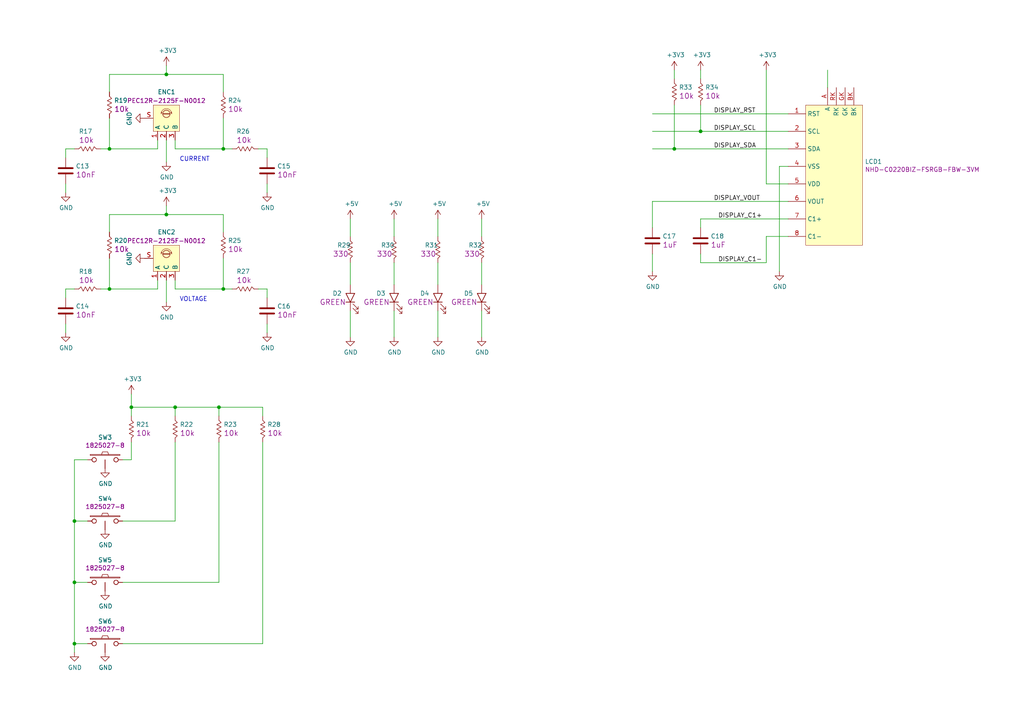
<source format=kicad_sch>
(kicad_sch (version 20211123) (generator eeschema)
  (paper "A4")
  (lib_symbols
    (symbol "master-vampire_General:C" (pin_numbers hide)
      (property "Reference" "C" (at 3.81 2.54 0))
      (property "Capacitance" "1uF" (at 6.35 0 0))
      (symbol "C_0_1"
        (polyline (pts (xy -2.032 -0.762) (xy 2.032 -0.762)) (stroke (width 0.508)))
        (polyline (pts (xy -2.032 0.762) (xy 2.032 0.762)) (stroke (width 0.508)))
      )
      (symbol "C_1_1"
        (pin passive line (at 0 3.81 270) (length 2.794) (name "~") (number "1"))
        (pin passive line (at 0 -3.81 90) (length 2.794) (name "~") (number "2"))
      )
    )
    (symbol "master-vampire_General:ENC_ACB_SHIELD"
      (property "Reference" "ENC" (at 0 7.62 0))
      (property "MPN" "DNP" (at 0 5.08 0))
      (symbol "ENC_ACB_SHIELD_0_1"
        (rectangle (start -3.81 -3.81) (end 3.81 3.81) (stroke (width 0.1016)) (fill (type background)))
        (polyline (pts (xy -1.016 1.27) (xy 1.016 1.27)) (stroke (width 0.254)))
        (polyline (pts (xy -1.524 1.27) (xy -1.27 1.778) (xy -1.524 1.778) (xy -1.524 1.27)) (stroke (width 0.1016)))
        (polyline (pts (xy 1.524 1.27) (xy 1.27 1.778) (xy 1.524 1.778) (xy 1.524 1.27)) (stroke (width 0.1016)))
        (circle (center 0 1.27) (radius 1.0668))
        (arc (start 1.524 1.27) (mid 0 2.794) (end -1.524 1.27) (stroke (width 0.1016)))
      )
      (symbol "ENC_ACB_SHIELD_1_1"
        (pin input line (at -2.54 -6.35 90) (length 2.54) (name "A") (number "1"))
        (pin input line (at 0 -6.35 90) (length 2.54) (name "C") (number "2"))
        (pin input line (at 2.54 -6.35 90) (length 2.54) (name "B") (number "3"))
        (pin input line (at -6.35 0 0) (length 2.54) (name "~") (number "S"))
      )
    )
    (symbol "master-vampire_General:LCD_NHD-C0220BIZ-FSRGB-FBW-3VM"
      (property "Reference" "LCD" (at -7.62 21.59 0))
      (property "MPN" "NHD-C0220BIZ-FSRGB-FBW-3VM" (at 1.27 -21.59 0))
      (symbol "LCD_NHD-C0220BIZ-FSRGB-FBW-3VM_0_1"
        (rectangle (start -8.89 20.32) (end 7.62 -20.32) (stroke (width 0.1016)) (fill (type background)))
      )
      (symbol "LCD_NHD-C0220BIZ-FSRGB-FBW-3VM_1_1"
        (pin input line (at -13.97 17.78 0) (length 5.08) (name "RST") (number "1"))
        (pin bidirectional line (at -13.97 12.7 0) (length 5.08) (name "SCL") (number "2"))
        (pin bidirectional line (at -13.97 7.62 0) (length 5.08) (name "SDA") (number "3"))
        (pin power_in line (at -13.97 2.54 0) (length 5.08) (name "VSS") (number "4"))
        (pin power_in line (at -13.97 -2.54 0) (length 5.08) (name "VDD") (number "5"))
        (pin power_out line (at -13.97 -7.62 0) (length 5.08) (name "VOUT") (number "6"))
        (pin bidirectional line (at -13.97 -12.7 0) (length 5.08) (name "C1+") (number "7"))
        (pin bidirectional line (at -13.97 -17.78 0) (length 5.08) (name "C1-") (number "8"))
        (pin input line (at -2.54 25.4 270) (length 5.08) (name "A") (number "A"))
        (pin output line (at 5.08 25.4 270) (length 5.08) (name "BK") (number "BK"))
        (pin output line (at 2.54 25.4 270) (length 5.08) (name "GK") (number "GK"))
        (pin output line (at 0 25.4 270) (length 5.08) (name "RK") (number "RK"))
      )
    )
    (symbol "master-vampire_General:LED" (pin_numbers hide) (pin_names hide)
      (property "Reference" "D" (at 0 2.54 0))
      (property "MPN" "DNP" (at 0 -6.35 0))
      (property "Color" "Red" (at 0 -3.81 0))
      (symbol "LED_0_1"
        (polyline (pts (xy -1.27 -1.27) (xy -1.27 1.27)) (stroke (width 0.2032)))
        (polyline (pts (xy 1.27 -1.27) (xy 1.27 1.27) (xy -1.27 0) (xy 1.27 -1.27)) (stroke (width 0.2032)))
        (polyline (pts (xy -3.048 -0.762) (xy -4.572 -2.286) (xy -3.81 -2.286) (xy -4.572 -2.286) (xy -4.572 -1.524)))
        (polyline (pts (xy -1.778 -0.762) (xy -3.302 -2.286) (xy -2.54 -2.286) (xy -3.302 -2.286) (xy -3.302 -1.524)))
      )
      (symbol "LED_1_1"
        (pin passive line (at 3.81 0 180) (length 2.54) (name "A") (number "A"))
        (pin passive line (at -3.81 0 0) (length 2.54) (name "K") (number "K"))
      )
    )
    (symbol "master-vampire_General:R" (pin_numbers hide) (pin_names (offset 0))
      (property "Reference" "R" (at 0 2.54 0))
      (property "Resistance" "10k" (at 0 -2.54 0))
      (symbol "R_0_1"
        (polyline (pts (xy -2.54 0) (xy -1.905 0.635) (xy -1.27 -0.635) (xy -0.635 0.635) (xy 0 -0.635) (xy 0.635 0.635) (xy 1.27 -0.635) (xy 1.905 0.635) (xy 2.54 0)))
      )
      (symbol "R_1_1"
        (pin passive line (at 3.81 0 180) (length 1.27) (name "~") (number "1"))
        (pin passive line (at -3.81 0 0) (length 1.27) (name "~") (number "2"))
      )
    )
    (symbol "master-vampire_General:SW_2-Pin_SHIELD" (pin_numbers hide) (pin_names hide)
      (property "Reference" "SW" (at 3.81 2.794 0))
      (symbol "SW_2-Pin_SHIELD_0_1"
        (rectangle (start -4.318 1.27) (end 4.318 1.524))
        (polyline (pts (xy -1.016 1.524) (xy -0.762 2.286) (xy 0.762 2.286) (xy 1.016 1.524)))
        (pin bidirectional inverted (at -5.08 0 0) (length 2.54) (name "in") (number "1"))
        (pin bidirectional inverted (at 5.08 0 180) (length 2.54) (name "out") (number "2"))
        (pin bidirectional line (at 0 -2.54 90) (length 2.54) (name "shield") (number "3"))
      )
    )
    (symbol "power:+3.3V" (power) (pin_names (offset 0))
      (property "Value" "+3.3V" (at 0 3.556 0))
      (symbol "+3.3V_0_1"
        (polyline (pts (xy -0.762 1.27) (xy 0 2.54)))
        (polyline (pts (xy 0 0) (xy 0 2.54)))
        (polyline (pts (xy 0 2.54) (xy 0.762 1.27)))
      )
      (symbol "+3.3V_1_1"
        (pin power_in line (at 0 0 90) (length 0) hide (name "+3V3") (number "1"))
      )
    )
    (symbol "power:+5V" (power) (pin_names (offset 0))
      (property "Value" "+5V" (at 0 3.556 0))
      (symbol "+5V_0_1"
        (polyline (pts (xy -0.762 1.27) (xy 0 2.54)))
        (polyline (pts (xy 0 0) (xy 0 2.54)))
        (polyline (pts (xy 0 2.54) (xy 0.762 1.27)))
      )
      (symbol "+5V_1_1"
        (pin power_in line (at 0 0 90) (length 0) hide (name "+5V") (number "1"))
      )
    )
    (symbol "power:GND" (power) (pin_names (offset 0))
      (property "Value" "GND" (at 0 -3.81 0))
      (symbol "GND_0_1"
        (polyline (pts (xy 0 0) (xy 0 -1.27) (xy 1.27 -1.27) (xy 0 -2.54) (xy -1.27 -1.27) (xy 0 -1.27)))
      )
      (symbol "GND_1_1"
        (pin power_in line (at 0 0 270) (length 0) hide (name "GND") (number "1"))
      )
    )
  )
  (junction (at 21.59 168.91))
  (junction (at 31.75 43.18))
  (junction (at 195.58 43.18))
  (junction (at 203.2 38.1))
  (junction (at 21.59 186.69))
  (junction (at 64.77 83.82))
  (junction (at 38.1 118.11))
  (junction (at 63.5 118.11))
  (junction (at 48.26 62.23))
  (junction (at 48.26 21.59))
  (junction (at 50.8 118.11))
  (junction (at 21.59 151.13))
  (junction (at 31.75 83.82))
  (junction (at 64.77 43.18))
  (wire (pts (xy 31.75 34.29) (xy 31.75 43.18)))
  (wire (pts (xy 203.2 73.66) (xy 203.2 76.2)))
  (wire (pts (xy 189.23 58.42) (xy 228.6 58.42)))
  (wire (pts (xy 76.2 128.27) (xy 76.2 186.69)))
  (wire (pts (xy 31.75 74.93) (xy 31.75 83.82)))
  (wire (pts (xy 64.77 83.82) (xy 50.8 83.82)))
  (wire (pts (xy 189.23 33.02) (xy 228.6 33.02)))
  (wire (pts (xy 114.3 90.17) (xy 114.3 97.79)))
  (wire (pts (xy 74.93 83.82) (xy 77.47 83.82)))
  (wire (pts (xy 35.56 133.35) (xy 38.1 133.35)))
  (wire (pts (xy 139.7 63.5) (xy 139.7 68.58)))
  (wire (pts (xy 21.59 43.18) (xy 19.05 43.18)))
  (wire (pts (xy 64.77 34.29) (xy 64.77 43.18)))
  (wire (pts (xy 203.2 63.5) (xy 203.2 66.04)))
  (wire (pts (xy 228.6 68.58) (xy 222.25 68.58)))
  (wire (pts (xy 101.6 90.17) (xy 101.6 97.79)))
  (wire (pts (xy 31.75 62.23) (xy 48.26 62.23)))
  (wire (pts (xy 35.56 168.91) (xy 63.5 168.91)))
  (wire (pts (xy 77.47 43.18) (xy 77.47 45.72)))
  (wire (pts (xy 50.8 43.18) (xy 50.8 40.64)))
  (wire (pts (xy 77.47 83.82) (xy 77.47 86.36)))
  (wire (pts (xy 127 90.17) (xy 127 97.79)))
  (wire (pts (xy 74.93 43.18) (xy 77.47 43.18)))
  (wire (pts (xy 228.6 43.18) (xy 195.58 43.18)))
  (wire (pts (xy 77.47 96.52) (xy 77.47 93.98)))
  (wire (pts (xy 195.58 30.48) (xy 195.58 43.18)))
  (wire (pts (xy 63.5 120.65) (xy 63.5 118.11)))
  (wire (pts (xy 38.1 133.35) (xy 38.1 128.27)))
  (wire (pts (xy 76.2 186.69) (xy 35.56 186.69)))
  (wire (pts (xy 63.5 118.11) (xy 50.8 118.11)))
  (wire (pts (xy 222.25 68.58) (xy 222.25 76.2)))
  (wire (pts (xy 203.2 20.32) (xy 203.2 22.86)))
  (wire (pts (xy 114.3 63.5) (xy 114.3 68.58)))
  (wire (pts (xy 222.25 53.34) (xy 228.6 53.34)))
  (wire (pts (xy 45.72 83.82) (xy 45.72 81.28)))
  (wire (pts (xy 29.21 83.82) (xy 31.75 83.82)))
  (wire (pts (xy 222.25 20.32) (xy 222.25 53.34)))
  (wire (pts (xy 189.23 38.1) (xy 203.2 38.1)))
  (wire (pts (xy 31.75 21.59) (xy 48.26 21.59)))
  (wire (pts (xy 240.03 20.32) (xy 240.03 25.4)))
  (wire (pts (xy 189.23 78.74) (xy 189.23 73.66)))
  (wire (pts (xy 31.75 67.31) (xy 31.75 62.23)))
  (wire (pts (xy 19.05 43.18) (xy 19.05 45.72)))
  (wire (pts (xy 25.4 133.35) (xy 21.59 133.35)))
  (wire (pts (xy 63.5 168.91) (xy 63.5 128.27)))
  (wire (pts (xy 31.75 83.82) (xy 45.72 83.82)))
  (wire (pts (xy 64.77 74.93) (xy 64.77 83.82)))
  (wire (pts (xy 64.77 62.23) (xy 64.77 67.31)))
  (wire (pts (xy 19.05 96.52) (xy 19.05 93.98)))
  (wire (pts (xy 67.31 83.82) (xy 64.77 83.82)))
  (wire (pts (xy 228.6 48.26) (xy 226.06 48.26)))
  (wire (pts (xy 203.2 76.2) (xy 222.25 76.2)))
  (wire (pts (xy 127 76.2) (xy 127 82.55)))
  (wire (pts (xy 50.8 83.82) (xy 50.8 81.28)))
  (wire (pts (xy 64.77 43.18) (xy 50.8 43.18)))
  (wire (pts (xy 48.26 81.28) (xy 48.26 87.63)))
  (wire (pts (xy 50.8 118.11) (xy 38.1 118.11)))
  (wire (pts (xy 189.23 58.42) (xy 189.23 66.04)))
  (wire (pts (xy 226.06 48.26) (xy 226.06 78.74)))
  (wire (pts (xy 29.21 43.18) (xy 31.75 43.18)))
  (wire (pts (xy 77.47 55.88) (xy 77.47 53.34)))
  (wire (pts (xy 31.75 26.67) (xy 31.75 21.59)))
  (wire (pts (xy 25.4 151.13) (xy 21.59 151.13)))
  (wire (pts (xy 50.8 120.65) (xy 50.8 118.11)))
  (wire (pts (xy 25.4 168.91) (xy 21.59 168.91)))
  (wire (pts (xy 48.26 19.05) (xy 48.26 21.59)))
  (wire (pts (xy 127 63.5) (xy 127 68.58)))
  (wire (pts (xy 21.59 168.91) (xy 21.59 186.69)))
  (wire (pts (xy 64.77 21.59) (xy 64.77 26.67)))
  (wire (pts (xy 21.59 186.69) (xy 21.59 189.23)))
  (wire (pts (xy 38.1 114.3) (xy 38.1 118.11)))
  (wire (pts (xy 19.05 55.88) (xy 19.05 53.34)))
  (wire (pts (xy 67.31 43.18) (xy 64.77 43.18)))
  (wire (pts (xy 48.26 62.23) (xy 64.77 62.23)))
  (wire (pts (xy 76.2 120.65) (xy 76.2 118.11)))
  (wire (pts (xy 195.58 20.32) (xy 195.58 22.86)))
  (wire (pts (xy 50.8 151.13) (xy 35.56 151.13)))
  (wire (pts (xy 31.75 43.18) (xy 45.72 43.18)))
  (wire (pts (xy 19.05 83.82) (xy 19.05 86.36)))
  (wire (pts (xy 21.59 151.13) (xy 21.59 168.91)))
  (wire (pts (xy 45.72 43.18) (xy 45.72 40.64)))
  (wire (pts (xy 76.2 118.11) (xy 63.5 118.11)))
  (wire (pts (xy 101.6 76.2) (xy 101.6 82.55)))
  (wire (pts (xy 21.59 133.35) (xy 21.59 151.13)))
  (wire (pts (xy 101.6 63.5) (xy 101.6 68.58)))
  (wire (pts (xy 48.26 59.69) (xy 48.26 62.23)))
  (wire (pts (xy 203.2 38.1) (xy 228.6 38.1)))
  (wire (pts (xy 48.26 21.59) (xy 64.77 21.59)))
  (wire (pts (xy 114.3 76.2) (xy 114.3 82.55)))
  (wire (pts (xy 25.4 186.69) (xy 21.59 186.69)))
  (wire (pts (xy 139.7 90.17) (xy 139.7 97.79)))
  (wire (pts (xy 21.59 83.82) (xy 19.05 83.82)))
  (wire (pts (xy 50.8 128.27) (xy 50.8 151.13)))
  (wire (pts (xy 139.7 76.2) (xy 139.7 82.55)))
  (wire (pts (xy 203.2 63.5) (xy 228.6 63.5)))
  (wire (pts (xy 203.2 30.48) (xy 203.2 38.1)))
  (wire (pts (xy 195.58 43.18) (xy 189.23 43.18)))
  (wire (pts (xy 48.26 40.64) (xy 48.26 46.99)))
  (wire (pts (xy 38.1 118.11) (xy 38.1 120.65)))
  (text "VOLTAGE" (at 52.07 87.63 0) (effects (font (size 1.27 1.27)) (justify left bottom)))
  (text "CURRENT" (at 52.07 46.99 0) (effects (font (size 1.27 1.27)) (justify left bottom)))
  (label "DISPLAY_C1+" (at 208.28 63.5 0))
  (label "DISPLAY_SDA" (at 207.01 43.18 0))
  (label "DISPLAY_VOUT" (at 207.01 58.42 0))
  (label "DISPLAY_C1-" (at 208.28 76.2 0))
  (label "DISPLAY_SCL" (at 207.01 38.1 0))
  (label "DISPLAY_RST" (at 207.01 33.02 0))
  (symbol (lib_id "master-vampire_General:C") (at 189.23 69.85 0) (unit 1)
    (property "Reference" "C17" (at 192.151 68.5038 0) (effects (justify left)))
    (property "Value" "C" (effects hide))
    (property "Capacitance" "1uF" (at 192.151 71.0184 0) (effects (font (size 1.524 1.524)) (justify left)))
    (property "Voltage Rating" "50V" (effects hide))
    (property "TempCo" "X7R" (effects hide))
    (property "Tolerance" "±20%" (effects hide))
    (property "Package" "0603" (effects hide))
    (property "MPN" "DNP" (effects hide))
    (property "Manufacturer" "DNP" (effects hide))
    (property "Supplier" "DNP" (effects hide))
    (property "Supplier PN" "DNP" (effects hide))
  )
  (symbol (lib_id "master-vampire_General:R") (at 195.58 26.67 270) (unit 1)
    (property "Reference" "R33" (at 196.9262 25.3238 90) (effects (justify left)))
    (property "Value" "R" (effects hide))
    (property "Footprint" "master-vampire:R_AXIAL_L7mm_D2.6mm_P10mm_Horizontal" (effects hide))
    (property "Resistance" "10k" (at 196.9262 27.8384 90) (effects (font (size 1.524 1.524)) (justify left)))
    (property "Power" "1/10W" (effects hide))
    (property "Package" "0603" (effects hide))
    (property "Tolerance" "5%" (effects hide))
    (property "MPN" "DNP" (effects hide))
    (property "Manufacturer" "DNP" (effects hide))
    (property "Supplier" "DNP" (effects hide))
    (property "Supplier PN" "DNP" (effects hide))
  )
  (symbol (lib_id "master-vampire_General:C") (at 203.2 69.85 0) (unit 1)
    (property "Reference" "C18" (at 206.121 68.5038 0) (effects (justify left)))
    (property "Value" "C" (effects hide))
    (property "Capacitance" "1uF" (at 206.121 71.0184 0) (effects (font (size 1.524 1.524)) (justify left)))
    (property "Voltage Rating" "50V" (effects hide))
    (property "TempCo" "X7R" (effects hide))
    (property "Tolerance" "±20%" (effects hide))
    (property "Package" "0603" (effects hide))
    (property "MPN" "DNP" (effects hide))
    (property "Manufacturer" "DNP" (effects hide))
    (property "Supplier" "DNP" (effects hide))
    (property "Supplier PN" "DNP" (effects hide))
  )
  (symbol (lib_id "master-vampire_General:R") (at 203.2 26.67 270) (unit 1)
    (property "Reference" "R34" (at 204.5462 25.3238 90) (effects (justify left)))
    (property "Value" "R" (effects hide))
    (property "Footprint" "master-vampire:R_AXIAL_L7mm_D2.6mm_P10mm_Horizontal" (effects hide))
    (property "Resistance" "10k" (at 204.5462 27.8384 90) (effects (font (size 1.524 1.524)) (justify left)))
    (property "Power" "1/10W" (effects hide))
    (property "Package" "0603" (effects hide))
    (property "Tolerance" "5%" (effects hide))
    (property "MPN" "DNP" (effects hide))
    (property "Manufacturer" "DNP" (effects hide))
    (property "Supplier" "DNP" (effects hide))
    (property "Supplier PN" "DNP" (effects hide))
  )
  (symbol (lib_id "power:+3.3V") (at 222.25 20.32 0) (unit 1)
    (property "Reference" "#PWR052" (effects hide))
    (property "Value" "+3.3V" (at 222.631 15.9258 0))
  )
  (symbol (lib_id "power:GND") (at 226.06 78.74 0) (unit 1)
    (property "Reference" "#PWR053" (effects hide))
    (property "Value" "GND" (at 226.187 83.1342 0))
  )
  (symbol (lib_id "master-vampire_General:LCD_NHD-C0220BIZ-FSRGB-FBW-3VM") (at 242.57 50.8 0) (unit 1)
    (property "Reference" "LCD1" (at 250.8504 46.863 0) (effects (justify left)))
    (property "Value" "LCD_NHD-C0220BIZ-FSRGB-FBW-3VM" (effects hide))
    (property "Footprint" "master-vampire:NHD-C0220BiZ-FSRGB-FBW-3VM" (effects hide))
    (property "MPN" "NHD-C0220BIZ-FSRGB-FBW-3VM" (at 250.8504 49.1744 0) (effects (justify left)))
    (property "Manufacturer" "Newhaven Display Intl" (effects hide))
    (property "Supplier" "DNP" (effects hide))
    (property "Supplier PN" "DNP" (effects hide))
    (property "Package" "Thru Hole" (effects hide))
  )
  (symbol (lib_id "power:+3.3V") (at 203.2 20.32 0) (unit 1)
    (property "Reference" "#PWR051" (effects hide))
    (property "Value" "+3.3V" (at 203.581 15.9258 0))
  )
  (symbol (lib_id "power:+3.3V") (at 195.58 20.32 0) (unit 1)
    (property "Reference" "#PWR050" (effects hide))
    (property "Value" "+3.3V" (at 195.961 15.9258 0))
  )
  (symbol (lib_id "power:GND") (at 189.23 78.74 0) (unit 1)
    (property "Reference" "#PWR049" (effects hide))
    (property "Value" "GND" (at 189.357 83.1342 0))
  )
  (symbol (lib_id "master-vampire_General:SW_2-Pin_SHIELD") (at 30.48 186.69 0) (unit 1)
    (property "Reference" "SW6" (at 30.48 180.213 0))
    (property "Value" "SW_2-Pin_SHIELD" (effects hide))
    (property "Supplier" "DigiKey" (effects hide))
    (property "Supplier PN" "450-1657-ND" (effects hide))
    (property "MPN" "1825027-8" (at 30.48 182.5244 0))
    (property "Manufacturer" "TE Connectivity ALCOSWITCH Switches" (effects hide))
    (property "Package" "Through Hole, Right Angle" (effects hide))
  )
  (symbol (lib_id "master-vampire_General:ENC_ACB_SHIELD") (at 48.26 34.29 0) (unit 1)
    (property "Reference" "ENC1" (at 45.72 26.67 0) (effects (justify left)))
    (property "Value" "ENC_ACB_SHIELD" (effects hide))
    (property "Manufacturer" "Bourns Inc." (effects hide))
    (property "MPN" "PEC12R-2125F-N0012" (at 36.83 29.21 0) (effects (justify left)))
    (property "Supplier" "DigiKey" (effects hide))
    (property "Supplier PN" "PEC12R-2125F-N0012-ND" (effects hide))
    (property "Package" "Thru-hole, Right-angle" (effects hide))
  )
  (symbol (lib_id "master-vampire_General:SW_2-Pin_SHIELD") (at 30.48 168.91 0) (unit 1)
    (property "Reference" "SW5" (at 30.48 162.433 0))
    (property "Value" "SW_2-Pin_SHIELD" (effects hide))
    (property "Supplier" "DigiKey" (effects hide))
    (property "Supplier PN" "450-1657-ND" (effects hide))
    (property "MPN" "1825027-8" (at 30.48 164.7444 0))
    (property "Manufacturer" "TE Connectivity ALCOSWITCH Switches" (effects hide))
    (property "Package" "Through Hole, Right Angle" (effects hide))
  )
  (symbol (lib_id "master-vampire_General:SW_2-Pin_SHIELD") (at 30.48 151.13 0) (unit 1)
    (property "Reference" "SW4" (at 30.48 144.653 0))
    (property "Value" "SW_2-Pin_SHIELD" (effects hide))
    (property "Supplier" "DigiKey" (effects hide))
    (property "Supplier PN" "450-1657-ND" (effects hide))
    (property "MPN" "1825027-8" (at 30.48 146.9644 0))
    (property "Manufacturer" "TE Connectivity ALCOSWITCH Switches" (effects hide))
    (property "Package" "Through Hole, Right Angle" (effects hide))
  )
  (symbol (lib_id "master-vampire_General:SW_2-Pin_SHIELD") (at 30.48 133.35 0) (unit 1)
    (property "Reference" "SW3" (at 30.48 126.873 0))
    (property "Value" "SW_2-Pin_SHIELD" (effects hide))
    (property "Supplier" "DigiKey" (effects hide))
    (property "Supplier PN" "450-1657-ND" (effects hide))
    (property "MPN" "1825027-8" (at 30.48 129.1844 0))
    (property "Manufacturer" "TE Connectivity ALCOSWITCH Switches" (effects hide))
    (property "Package" "Through Hole, Right Angle" (effects hide))
  )
  (symbol (lib_id "master-vampire_General:LED") (at 101.6 86.36 90) (unit 1)
    (property "Reference" "D2" (at 97.79 85.09 90))
    (property "Value" "LED" (effects hide))
    (property "Manufacturer" "Harvatek Corporation" (effects hide))
    (property "MPN" "HV-31210/230/SYG-U1930" (effects hide))
    (property "Color" "GREEN" (at 96.52 87.63 90) (effects (font (size 1.524 1.524))))
    (property "Supplier" "DigiKey" (effects hide))
    (property "Supplier PN" "3147-HV-31210/230/SYG-U1930-ND" (effects hide))
    (property "Package" "Through Hole, Right Angle" (effects hide))
  )
  (symbol (lib_id "master-vampire_General:R") (at 31.75 30.48 270) (unit 1)
    (property "Reference" "R19" (at 33.0962 29.1338 90) (effects (justify left)))
    (property "Value" "R" (effects hide))
    (property "Footprint" "master-vampire:R_AXIAL_L7mm_D2.6mm_P10mm_Horizontal" (effects hide))
    (property "Resistance" "10k" (at 33.0962 31.6484 90) (effects (font (size 1.524 1.524)) (justify left)))
    (property "Power" "1/10W" (effects hide))
    (property "Package" "0603" (effects hide))
    (property "Tolerance" "5%" (effects hide))
    (property "MPN" "DNP" (effects hide))
    (property "Manufacturer" "DNP" (effects hide))
    (property "Supplier" "DNP" (effects hide))
    (property "Supplier PN" "DNP" (effects hide))
  )
  (symbol (lib_id "power:GND") (at 48.26 46.99 0) (unit 1)
    (property "Reference" "#PWR036" (effects hide))
    (property "Value" "GND" (at 48.387 51.3842 0))
  )
  (symbol (lib_id "master-vampire_General:R") (at 64.77 30.48 270) (unit 1)
    (property "Reference" "R24" (at 66.1162 29.1338 90) (effects (justify left)))
    (property "Value" "R" (effects hide))
    (property "Footprint" "master-vampire:R_AXIAL_L7mm_D2.6mm_P10mm_Horizontal" (effects hide))
    (property "Resistance" "10k" (at 66.1162 31.6484 90) (effects (font (size 1.524 1.524)) (justify left)))
    (property "Power" "1/10W" (effects hide))
    (property "Package" "0603" (effects hide))
    (property "Tolerance" "5%" (effects hide))
    (property "MPN" "DNP" (effects hide))
    (property "Manufacturer" "DNP" (effects hide))
    (property "Supplier" "DNP" (effects hide))
    (property "Supplier PN" "DNP" (effects hide))
  )
  (symbol (lib_id "master-vampire_General:R") (at 25.4 43.18 0) (unit 1)
    (property "Reference" "R17" (at 22.86 38.1 0) (effects (justify left)))
    (property "Value" "R" (effects hide))
    (property "Footprint" "master-vampire:R_AXIAL_L7mm_D2.6mm_P10mm_Horizontal" (effects hide))
    (property "Resistance" "10k" (at 22.86 40.64 0) (effects (font (size 1.524 1.524)) (justify left)))
    (property "Power" "1/10W" (effects hide))
    (property "Package" "0603" (effects hide))
    (property "Tolerance" "5%" (effects hide))
    (property "MPN" "DNP" (effects hide))
    (property "Manufacturer" "DNP" (effects hide))
    (property "Supplier" "DNP" (effects hide))
    (property "Supplier PN" "DNP" (effects hide))
  )
  (symbol (lib_id "master-vampire_General:R") (at 71.12 43.18 0) (unit 1)
    (property "Reference" "R26" (at 68.58 38.1 0) (effects (justify left)))
    (property "Value" "R" (effects hide))
    (property "Footprint" "master-vampire:R_AXIAL_L7mm_D2.6mm_P10mm_Horizontal" (effects hide))
    (property "Resistance" "10k" (at 68.58 40.64 0) (effects (font (size 1.524 1.524)) (justify left)))
    (property "Power" "1/10W" (effects hide))
    (property "Package" "0603" (effects hide))
    (property "Tolerance" "5%" (effects hide))
    (property "MPN" "DNP" (effects hide))
    (property "Manufacturer" "DNP" (effects hide))
    (property "Supplier" "DNP" (effects hide))
    (property "Supplier PN" "DNP" (effects hide))
  )
  (symbol (lib_id "master-vampire_General:C") (at 19.05 49.53 0) (unit 1)
    (property "Reference" "C13" (at 21.971 48.1838 0) (effects (justify left)))
    (property "Value" "C" (effects hide))
    (property "Capacitance" "10nF" (at 21.971 50.6984 0) (effects (font (size 1.524 1.524)) (justify left)))
    (property "Voltage Rating" "50V" (effects hide))
    (property "TempCo" "X7R" (effects hide))
    (property "Tolerance" "±20%" (effects hide))
    (property "Package" "0603" (effects hide))
    (property "MPN" "DNP" (effects hide))
    (property "Manufacturer" "DNP" (effects hide))
    (property "Supplier" "DNP" (effects hide))
    (property "Supplier PN" "DNP" (effects hide))
  )
  (symbol (lib_id "master-vampire_General:C") (at 77.47 49.53 0) (unit 1)
    (property "Reference" "C15" (at 80.391 48.1838 0) (effects (justify left)))
    (property "Value" "C" (effects hide))
    (property "Capacitance" "10nF" (at 80.391 50.6984 0) (effects (font (size 1.524 1.524)) (justify left)))
    (property "Voltage Rating" "50V" (effects hide))
    (property "TempCo" "X7R" (effects hide))
    (property "Tolerance" "±20%" (effects hide))
    (property "Package" "0603" (effects hide))
    (property "MPN" "DNP" (effects hide))
    (property "Manufacturer" "DNP" (effects hide))
    (property "Supplier" "DNP" (effects hide))
    (property "Supplier PN" "DNP" (effects hide))
  )
  (symbol (lib_id "power:GND") (at 19.05 55.88 0) (unit 1)
    (property "Reference" "#PWR025" (effects hide))
    (property "Value" "GND" (at 19.177 60.2742 0))
  )
  (symbol (lib_id "power:GND") (at 77.47 55.88 0) (unit 1)
    (property "Reference" "#PWR039" (effects hide))
    (property "Value" "GND" (at 77.597 60.2742 0))
  )
  (symbol (lib_id "power:+3.3V") (at 48.26 19.05 0) (unit 1)
    (property "Reference" "#PWR035" (effects hide))
    (property "Value" "+3.3V" (at 48.641 14.6558 0))
  )
  (symbol (lib_id "power:GND") (at 41.91 34.29 270) (unit 1)
    (property "Reference" "#PWR033" (effects hide))
    (property "Value" "GND" (at 37.5158 34.417 0))
  )
  (symbol (lib_id "master-vampire_General:ENC_ACB_SHIELD") (at 48.26 74.93 0) (unit 1)
    (property "Reference" "ENC2" (at 45.72 67.31 0) (effects (justify left)))
    (property "Value" "ENC_ACB_SHIELD" (effects hide))
    (property "Manufacturer" "Bourns Inc." (effects hide))
    (property "MPN" "PEC12R-2125F-N0012" (at 36.83 69.85 0) (effects (justify left)))
    (property "Supplier" "DigiKey" (effects hide))
    (property "Supplier PN" "PEC12R-2125F-N0012-ND" (effects hide))
    (property "Package" "Thru-hole, Right-angle" (effects hide))
  )
  (symbol (lib_id "master-vampire_General:R") (at 31.75 71.12 270) (unit 1)
    (property "Reference" "R20" (at 33.0962 69.7738 90) (effects (justify left)))
    (property "Value" "R" (effects hide))
    (property "Footprint" "master-vampire:R_AXIAL_L7mm_D2.6mm_P10mm_Horizontal" (effects hide))
    (property "Resistance" "10k" (at 33.0962 72.2884 90) (effects (font (size 1.524 1.524)) (justify left)))
    (property "Power" "1/10W" (effects hide))
    (property "Package" "0603" (effects hide))
    (property "Tolerance" "5%" (effects hide))
    (property "MPN" "DNP" (effects hide))
    (property "Manufacturer" "DNP" (effects hide))
    (property "Supplier" "DNP" (effects hide))
    (property "Supplier PN" "DNP" (effects hide))
  )
  (symbol (lib_id "power:GND") (at 48.26 87.63 0) (unit 1)
    (property "Reference" "#PWR038" (effects hide))
    (property "Value" "GND" (at 48.387 92.0242 0))
  )
  (symbol (lib_id "master-vampire_General:R") (at 64.77 71.12 270) (unit 1)
    (property "Reference" "R25" (at 66.1162 69.7738 90) (effects (justify left)))
    (property "Value" "R" (effects hide))
    (property "Footprint" "master-vampire:R_AXIAL_L7mm_D2.6mm_P10mm_Horizontal" (effects hide))
    (property "Resistance" "10k" (at 66.1162 72.2884 90) (effects (font (size 1.524 1.524)) (justify left)))
    (property "Power" "1/10W" (effects hide))
    (property "Package" "0603" (effects hide))
    (property "Tolerance" "5%" (effects hide))
    (property "MPN" "DNP" (effects hide))
    (property "Manufacturer" "DNP" (effects hide))
    (property "Supplier" "DNP" (effects hide))
    (property "Supplier PN" "DNP" (effects hide))
  )
  (symbol (lib_id "master-vampire_General:R") (at 25.4 83.82 0) (unit 1)
    (property "Reference" "R18" (at 22.86 78.74 0) (effects (justify left)))
    (property "Value" "R" (effects hide))
    (property "Footprint" "master-vampire:R_AXIAL_L7mm_D2.6mm_P10mm_Horizontal" (effects hide))
    (property "Resistance" "10k" (at 22.86 81.28 0) (effects (font (size 1.524 1.524)) (justify left)))
    (property "Power" "1/10W" (effects hide))
    (property "Package" "0603" (effects hide))
    (property "Tolerance" "5%" (effects hide))
    (property "MPN" "DNP" (effects hide))
    (property "Manufacturer" "DNP" (effects hide))
    (property "Supplier" "DNP" (effects hide))
    (property "Supplier PN" "DNP" (effects hide))
  )
  (symbol (lib_id "master-vampire_General:R") (at 71.12 83.82 0) (unit 1)
    (property "Reference" "R27" (at 68.58 78.74 0) (effects (justify left)))
    (property "Value" "R" (effects hide))
    (property "Footprint" "master-vampire:R_AXIAL_L7mm_D2.6mm_P10mm_Horizontal" (effects hide))
    (property "Resistance" "10k" (at 68.58 81.28 0) (effects (font (size 1.524 1.524)) (justify left)))
    (property "Power" "1/10W" (effects hide))
    (property "Package" "0603" (effects hide))
    (property "Tolerance" "5%" (effects hide))
    (property "MPN" "DNP" (effects hide))
    (property "Manufacturer" "DNP" (effects hide))
    (property "Supplier" "DNP" (effects hide))
    (property "Supplier PN" "DNP" (effects hide))
  )
  (symbol (lib_id "master-vampire_General:C") (at 19.05 90.17 0) (unit 1)
    (property "Reference" "C14" (at 21.971 88.8238 0) (effects (justify left)))
    (property "Value" "C" (effects hide))
    (property "Capacitance" "10nF" (at 21.971 91.3384 0) (effects (font (size 1.524 1.524)) (justify left)))
    (property "Voltage Rating" "50V" (effects hide))
    (property "TempCo" "X7R" (effects hide))
    (property "Tolerance" "±20%" (effects hide))
    (property "Package" "0603" (effects hide))
    (property "MPN" "DNP" (effects hide))
    (property "Manufacturer" "DNP" (effects hide))
    (property "Supplier" "DNP" (effects hide))
    (property "Supplier PN" "DNP" (effects hide))
  )
  (symbol (lib_id "master-vampire_General:C") (at 77.47 90.17 0) (unit 1)
    (property "Reference" "C16" (at 80.391 88.8238 0) (effects (justify left)))
    (property "Value" "C" (effects hide))
    (property "Capacitance" "10nF" (at 80.391 91.3384 0) (effects (font (size 1.524 1.524)) (justify left)))
    (property "Voltage Rating" "50V" (effects hide))
    (property "TempCo" "X7R" (effects hide))
    (property "Tolerance" "±20%" (effects hide))
    (property "Package" "0603" (effects hide))
    (property "MPN" "DNP" (effects hide))
    (property "Manufacturer" "DNP" (effects hide))
    (property "Supplier" "DNP" (effects hide))
    (property "Supplier PN" "DNP" (effects hide))
  )
  (symbol (lib_id "power:GND") (at 19.05 96.52 0) (unit 1)
    (property "Reference" "#PWR026" (effects hide))
    (property "Value" "GND" (at 19.177 100.9142 0))
  )
  (symbol (lib_id "power:GND") (at 77.47 96.52 0) (unit 1)
    (property "Reference" "#PWR040" (effects hide))
    (property "Value" "GND" (at 77.597 100.9142 0))
  )
  (symbol (lib_id "power:+3.3V") (at 48.26 59.69 0) (unit 1)
    (property "Reference" "#PWR037" (effects hide))
    (property "Value" "+3.3V" (at 48.641 55.2958 0))
  )
  (symbol (lib_id "power:GND") (at 41.91 74.93 270) (unit 1)
    (property "Reference" "#PWR034" (effects hide))
    (property "Value" "GND" (at 37.5158 75.057 0))
  )
  (symbol (lib_id "master-vampire_General:R") (at 101.6 72.39 270) (unit 1)
    (property "Reference" "R29" (at 97.79 71.12 90) (effects (justify left)))
    (property "Value" "R" (effects hide))
    (property "Footprint" "master-vampire:R_AXIAL_L7mm_D2.6mm_P10mm_Horizontal" (effects hide))
    (property "Resistance" "330" (at 96.52 73.66 90) (effects (font (size 1.524 1.524)) (justify left)))
    (property "Power" "0.25W" (effects hide))
    (property "Package" "Axial" (effects hide))
    (property "Tolerance" "5" (effects hide))
    (property "MPN" "CF14JT330R" (effects hide))
    (property "Manufacturer" "Stackpole Electronics Inc" (effects hide))
    (property "Supplier" "DigiKey" (effects hide))
    (property "Supplier PN" "CF14JT330RCT-ND" (effects hide))
  )
  (symbol (lib_id "power:GND") (at 101.6 97.79 0) (unit 1)
    (property "Reference" "#PWR042" (effects hide))
    (property "Value" "GND" (at 101.727 102.1842 0))
  )
  (symbol (lib_id "power:+5V") (at 101.6 63.5 0) (unit 1)
    (property "Reference" "#PWR041" (effects hide))
    (property "Value" "+5V" (at 101.981 59.1058 0))
  )
  (symbol (lib_id "master-vampire_General:R") (at 114.3 72.39 270) (unit 1)
    (property "Reference" "R30" (at 110.49 71.12 90) (effects (justify left)))
    (property "Value" "R" (effects hide))
    (property "Footprint" "master-vampire:R_AXIAL_L7mm_D2.6mm_P10mm_Horizontal" (effects hide))
    (property "Resistance" "330" (at 109.22 73.66 90) (effects (font (size 1.524 1.524)) (justify left)))
    (property "Power" "0.25W" (effects hide))
    (property "Package" "Axial" (effects hide))
    (property "Tolerance" "5" (effects hide))
    (property "MPN" "CF14JT330R" (effects hide))
    (property "Manufacturer" "Stackpole Electronics Inc" (effects hide))
    (property "Supplier" "DigiKey" (effects hide))
    (property "Supplier PN" "CF14JT330RCT-ND" (effects hide))
  )
  (symbol (lib_id "power:GND") (at 114.3 97.79 0) (unit 1)
    (property "Reference" "#PWR044" (effects hide))
    (property "Value" "GND" (at 114.427 102.1842 0))
  )
  (symbol (lib_id "power:+5V") (at 114.3 63.5 0) (unit 1)
    (property "Reference" "#PWR043" (effects hide))
    (property "Value" "+5V" (at 114.681 59.1058 0))
  )
  (symbol (lib_id "master-vampire_General:R") (at 127 72.39 270) (unit 1)
    (property "Reference" "R31" (at 123.19 71.12 90) (effects (justify left)))
    (property "Value" "R" (effects hide))
    (property "Footprint" "master-vampire:R_AXIAL_L7mm_D2.6mm_P10mm_Horizontal" (effects hide))
    (property "Resistance" "330" (at 121.92 73.66 90) (effects (font (size 1.524 1.524)) (justify left)))
    (property "Power" "0.25W" (effects hide))
    (property "Package" "Axial" (effects hide))
    (property "Tolerance" "5" (effects hide))
    (property "MPN" "CF14JT330R" (effects hide))
    (property "Manufacturer" "Stackpole Electronics Inc" (effects hide))
    (property "Supplier" "DigiKey" (effects hide))
    (property "Supplier PN" "CF14JT330RCT-ND" (effects hide))
  )
  (symbol (lib_id "power:GND") (at 127 97.79 0) (unit 1)
    (property "Reference" "#PWR046" (effects hide))
    (property "Value" "GND" (at 127.127 102.1842 0))
  )
  (symbol (lib_id "power:+5V") (at 127 63.5 0) (unit 1)
    (property "Reference" "#PWR045" (effects hide))
    (property "Value" "+5V" (at 127.381 59.1058 0))
  )
  (symbol (lib_id "master-vampire_General:R") (at 139.7 72.39 270) (unit 1)
    (property "Reference" "R32" (at 135.89 71.12 90) (effects (justify left)))
    (property "Value" "R" (effects hide))
    (property "Footprint" "master-vampire:R_AXIAL_L7mm_D2.6mm_P10mm_Horizontal" (effects hide))
    (property "Resistance" "330" (at 134.62 73.66 90) (effects (font (size 1.524 1.524)) (justify left)))
    (property "Power" "0.25W" (effects hide))
    (property "Package" "Axial" (effects hide))
    (property "Tolerance" "5" (effects hide))
    (property "MPN" "CF14JT330R" (effects hide))
    (property "Manufacturer" "Stackpole Electronics Inc" (effects hide))
    (property "Supplier" "DigiKey" (effects hide))
    (property "Supplier PN" "CF14JT330RCT-ND" (effects hide))
  )
  (symbol (lib_id "power:GND") (at 139.7 97.79 0) (unit 1)
    (property "Reference" "#PWR048" (effects hide))
    (property "Value" "GND" (at 139.827 102.1842 0))
  )
  (symbol (lib_id "power:+5V") (at 139.7 63.5 0) (unit 1)
    (property "Reference" "#PWR047" (effects hide))
    (property "Value" "+5V" (at 140.081 59.1058 0))
  )
  (symbol (lib_id "master-vampire_General:R") (at 38.1 124.46 270) (unit 1)
    (property "Reference" "R21" (at 39.4462 123.1138 90) (effects (justify left)))
    (property "Value" "R" (effects hide))
    (property "Footprint" "master-vampire:R_AXIAL_L7mm_D2.6mm_P10mm_Horizontal" (effects hide))
    (property "Resistance" "10k" (at 39.4462 125.6284 90) (effects (font (size 1.524 1.524)) (justify left)))
    (property "Power" "1/10W" (effects hide))
    (property "Package" "0603" (effects hide))
    (property "Tolerance" "5%" (effects hide))
    (property "MPN" "DNP" (effects hide))
    (property "Manufacturer" "DNP" (effects hide))
    (property "Supplier" "DNP" (effects hide))
    (property "Supplier PN" "DNP" (effects hide))
  )
  (symbol (lib_id "power:GND") (at 30.48 135.89 0) (unit 1)
    (property "Reference" "#PWR028" (effects hide))
    (property "Value" "GND" (at 30.607 140.2842 0))
  )
  (symbol (lib_id "power:GND") (at 30.48 153.67 0) (unit 1)
    (property "Reference" "#PWR029" (effects hide))
    (property "Value" "GND" (at 30.607 158.0642 0))
  )
  (symbol (lib_id "power:GND") (at 30.48 171.45 0) (unit 1)
    (property "Reference" "#PWR030" (effects hide))
    (property "Value" "GND" (at 30.607 175.8442 0))
  )
  (symbol (lib_id "power:GND") (at 30.48 189.23 0) (unit 1)
    (property "Reference" "#PWR031" (effects hide))
    (property "Value" "GND" (at 30.607 193.6242 0))
  )
  (symbol (lib_id "power:GND") (at 21.59 189.23 0) (unit 1)
    (property "Reference" "#PWR027" (effects hide))
    (property "Value" "GND" (at 21.717 193.6242 0))
  )
  (symbol (lib_id "master-vampire_General:R") (at 50.8 124.46 270) (unit 1)
    (property "Reference" "R22" (at 52.1462 123.1138 90) (effects (justify left)))
    (property "Value" "R" (effects hide))
    (property "Footprint" "master-vampire:R_AXIAL_L7mm_D2.6mm_P10mm_Horizontal" (effects hide))
    (property "Resistance" "10k" (at 52.1462 125.6284 90) (effects (font (size 1.524 1.524)) (justify left)))
    (property "Power" "1/10W" (effects hide))
    (property "Package" "0603" (effects hide))
    (property "Tolerance" "5%" (effects hide))
    (property "MPN" "DNP" (effects hide))
    (property "Manufacturer" "DNP" (effects hide))
    (property "Supplier" "DNP" (effects hide))
    (property "Supplier PN" "DNP" (effects hide))
  )
  (symbol (lib_id "master-vampire_General:R") (at 63.5 124.46 270) (unit 1)
    (property "Reference" "R23" (at 64.8462 123.1138 90) (effects (justify left)))
    (property "Value" "R" (effects hide))
    (property "Footprint" "master-vampire:R_AXIAL_L7mm_D2.6mm_P10mm_Horizontal" (effects hide))
    (property "Resistance" "10k" (at 64.8462 125.6284 90) (effects (font (size 1.524 1.524)) (justify left)))
    (property "Power" "1/10W" (effects hide))
    (property "Package" "0603" (effects hide))
    (property "Tolerance" "5%" (effects hide))
    (property "MPN" "DNP" (effects hide))
    (property "Manufacturer" "DNP" (effects hide))
    (property "Supplier" "DNP" (effects hide))
    (property "Supplier PN" "DNP" (effects hide))
  )
  (symbol (lib_id "master-vampire_General:R") (at 76.2 124.46 270) (unit 1)
    (property "Reference" "R28" (at 77.5462 123.1138 90) (effects (justify left)))
    (property "Value" "R" (effects hide))
    (property "Footprint" "master-vampire:R_AXIAL_L7mm_D2.6mm_P10mm_Horizontal" (effects hide))
    (property "Resistance" "10k" (at 77.5462 125.6284 90) (effects (font (size 1.524 1.524)) (justify left)))
    (property "Power" "1/10W" (effects hide))
    (property "Package" "0603" (effects hide))
    (property "Tolerance" "5%" (effects hide))
    (property "MPN" "DNP" (effects hide))
    (property "Manufacturer" "DNP" (effects hide))
    (property "Supplier" "DNP" (effects hide))
    (property "Supplier PN" "DNP" (effects hide))
  )
  (symbol (lib_id "power:+3.3V") (at 38.1 114.3 0) (unit 1)
    (property "Reference" "#PWR032" (effects hide))
    (property "Value" "+3.3V" (at 38.481 109.9058 0))
  )
  (symbol (lib_id "master-vampire_General:LED") (at 114.3 86.36 90) (unit 1)
    (property "Reference" "D3" (at 110.49 85.09 90))
    (property "Value" "LED" (effects hide))
    (property "Manufacturer" "Harvatek Corporation" (effects hide))
    (property "MPN" "HV-31210/230/SYG-U1930" (effects hide))
    (property "Color" "GREEN" (at 109.22 87.63 90) (effects (font (size 1.524 1.524))))
    (property "Supplier" "DigiKey" (effects hide))
    (property "Supplier PN" "3147-HV-31210/230/SYG-U1930-ND" (effects hide))
    (property "Package" "Through Hole, Right Angle" (effects hide))
  )
  (symbol (lib_id "master-vampire_General:LED") (at 127 86.36 90) (unit 1)
    (property "Reference" "D4" (at 123.19 85.09 90))
    (property "Value" "LED" (effects hide))
    (property "Manufacturer" "Harvatek Corporation" (effects hide))
    (property "MPN" "HV-31210/230/SYG-U1930" (effects hide))
    (property "Color" "GREEN" (at 121.92 87.63 90) (effects (font (size 1.524 1.524))))
    (property "Supplier" "DigiKey" (effects hide))
    (property "Supplier PN" "3147-HV-31210/230/SYG-U1930-ND" (effects hide))
    (property "Package" "Through Hole, Right Angle" (effects hide))
  )
  (symbol (lib_id "master-vampire_General:LED") (at 139.7 86.36 90) (unit 1)
    (property "Reference" "D5" (at 135.89 85.09 90))
    (property "Value" "LED" (effects hide))
    (property "Manufacturer" "Harvatek Corporation" (effects hide))
    (property "MPN" "HV-31210/230/SYG-U1930" (effects hide))
    (property "Color" "GREEN" (at 134.62 87.63 90) (effects (font (size 1.524 1.524))))
    (property "Supplier" "DigiKey" (effects hide))
    (property "Supplier PN" "3147-HV-31210/230/SYG-U1930-ND" (effects hide))
    (property "Package" "Through Hole, Right Angle" (effects hide))
  )
)
</source>
